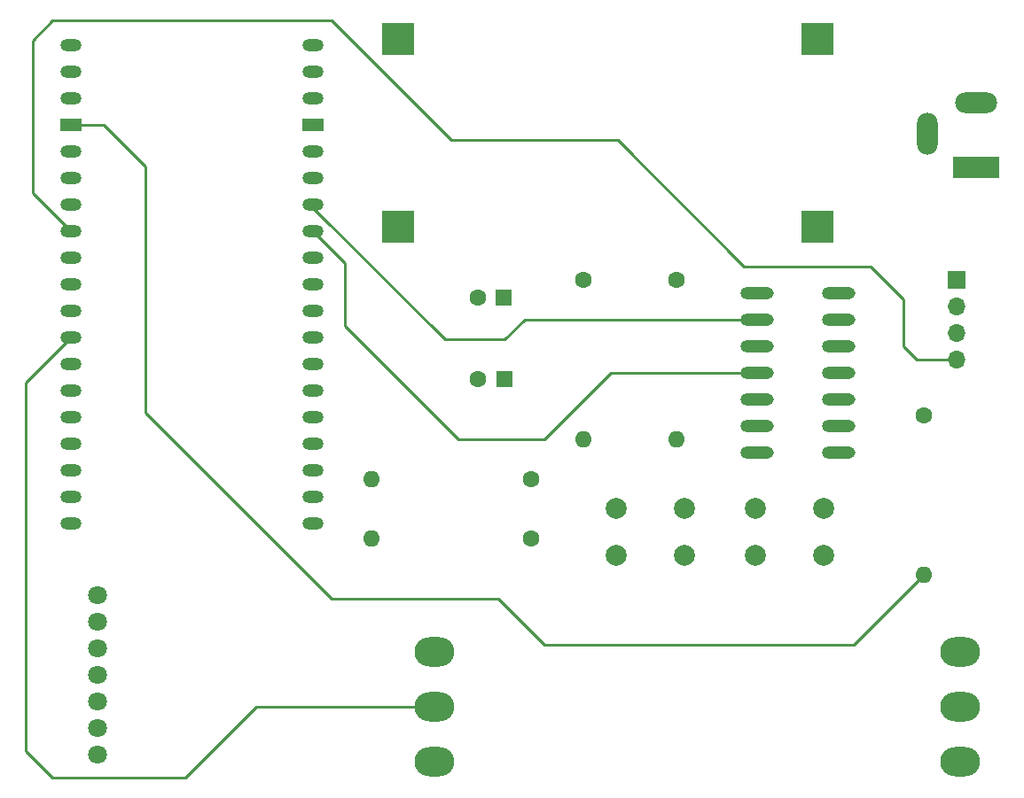
<source format=gbl>
G04 #@! TF.GenerationSoftware,KiCad,Pcbnew,8.0.1*
G04 #@! TF.CreationDate,2024-04-23T21:18:21-07:00*
G04 #@! TF.ProjectId,FanSystem,46616e53-7973-4746-956d-2e6b69636164,1*
G04 #@! TF.SameCoordinates,Original*
G04 #@! TF.FileFunction,Copper,L4,Bot*
G04 #@! TF.FilePolarity,Positive*
%FSLAX46Y46*%
G04 Gerber Fmt 4.6, Leading zero omitted, Abs format (unit mm)*
G04 Created by KiCad (PCBNEW 8.0.1) date 2024-04-23 21:18:21*
%MOMM*%
%LPD*%
G01*
G04 APERTURE LIST*
G04 #@! TA.AperFunction,ComponentPad*
%ADD10O,3.180000X1.200000*%
G04 #@! TD*
G04 #@! TA.AperFunction,ComponentPad*
%ADD11C,1.600000*%
G04 #@! TD*
G04 #@! TA.AperFunction,ComponentPad*
%ADD12O,1.600000X1.600000*%
G04 #@! TD*
G04 #@! TA.AperFunction,ComponentPad*
%ADD13R,1.600000X1.600000*%
G04 #@! TD*
G04 #@! TA.AperFunction,ComponentPad*
%ADD14C,2.000000*%
G04 #@! TD*
G04 #@! TA.AperFunction,ComponentPad*
%ADD15R,4.500000X2.000000*%
G04 #@! TD*
G04 #@! TA.AperFunction,ComponentPad*
%ADD16O,4.000000X2.000000*%
G04 #@! TD*
G04 #@! TA.AperFunction,ComponentPad*
%ADD17O,2.000000X4.000000*%
G04 #@! TD*
G04 #@! TA.AperFunction,ComponentPad*
%ADD18R,1.700000X1.700000*%
G04 #@! TD*
G04 #@! TA.AperFunction,ComponentPad*
%ADD19O,1.700000X1.700000*%
G04 #@! TD*
G04 #@! TA.AperFunction,ComponentPad*
%ADD20O,3.800000X2.800000*%
G04 #@! TD*
G04 #@! TA.AperFunction,ComponentPad*
%ADD21R,3.100000X3.100000*%
G04 #@! TD*
G04 #@! TA.AperFunction,ComponentPad*
%ADD22O,2.000000X1.200000*%
G04 #@! TD*
G04 #@! TA.AperFunction,ComponentPad*
%ADD23R,2.000000X1.200000*%
G04 #@! TD*
G04 #@! TA.AperFunction,ComponentPad*
%ADD24C,1.800000*%
G04 #@! TD*
G04 #@! TA.AperFunction,Conductor*
%ADD25C,0.254000*%
G04 #@! TD*
G04 APERTURE END LIST*
D10*
X151130000Y-94615000D03*
X151130000Y-97155000D03*
X151130000Y-99695000D03*
X151130000Y-102235000D03*
X151130000Y-104775000D03*
X151130000Y-107315000D03*
X151130000Y-109855000D03*
X158930000Y-109855000D03*
X158930000Y-107315000D03*
X158930000Y-104775000D03*
X158930000Y-102235000D03*
X158930000Y-99695000D03*
X158930000Y-97155000D03*
X158930000Y-94615000D03*
D11*
X167005000Y-106362500D03*
D12*
X167005000Y-121602500D03*
D13*
X126935113Y-95050000D03*
D11*
X124435113Y-95050000D03*
D14*
X150980000Y-115252500D03*
X157480000Y-115252500D03*
X150980000Y-119752500D03*
X157480000Y-119752500D03*
D15*
X172050000Y-82650000D03*
D16*
X172050000Y-76450000D03*
D17*
X167350000Y-79450000D03*
D18*
X170180000Y-93345000D03*
D19*
X170180000Y-95885000D03*
X170180000Y-98425000D03*
X170180000Y-100965000D03*
D11*
X143435000Y-93372500D03*
D12*
X143435000Y-108612500D03*
D20*
X120315400Y-128944700D03*
X120315400Y-134177100D03*
X120315400Y-139409500D03*
X170505800Y-128944700D03*
X170505800Y-134177100D03*
X170505800Y-139409500D03*
D11*
X134545000Y-93372500D03*
D12*
X134545000Y-108612500D03*
D13*
X126960000Y-102870000D03*
D11*
X124460000Y-102870000D03*
X129540000Y-112395000D03*
D12*
X114300000Y-112395000D03*
D21*
X156921200Y-88277700D03*
X156921200Y-70396100D03*
X116840000Y-88277700D03*
X116840000Y-70396100D03*
D22*
X108737400Y-116671600D03*
X108737400Y-114131600D03*
X108737400Y-111591600D03*
X108737400Y-109051600D03*
X108737400Y-106511600D03*
X108737400Y-103971600D03*
X108737400Y-101431600D03*
X108737400Y-98891600D03*
X108737400Y-96351600D03*
X108737400Y-93811600D03*
X108737400Y-91271600D03*
X108737400Y-88731600D03*
X108737400Y-86191600D03*
X108737400Y-83651600D03*
X108737400Y-81111600D03*
D23*
X108737400Y-78571600D03*
D22*
X108737400Y-76031600D03*
X108737400Y-73491600D03*
X108737400Y-70951600D03*
X85572600Y-116671600D03*
X85572600Y-114131600D03*
X85572600Y-111591600D03*
X85572600Y-109051600D03*
X85572600Y-106511600D03*
X85572600Y-103971600D03*
X85572600Y-101431600D03*
X85572600Y-98891600D03*
X85572600Y-96351600D03*
X85572600Y-93811600D03*
X85572600Y-91271600D03*
X85572600Y-88731600D03*
X85572600Y-86191600D03*
X85572600Y-83651600D03*
X85572600Y-81111600D03*
D23*
X85572600Y-78571600D03*
D22*
X85572600Y-76031600D03*
X85572600Y-73491600D03*
X85572600Y-70951600D03*
D11*
X129540000Y-118110000D03*
D12*
X114300000Y-118110000D03*
D24*
X88160200Y-123520700D03*
X88160200Y-126060700D03*
X88160200Y-128600700D03*
X88160200Y-131140700D03*
X88160200Y-133680700D03*
X88160200Y-136220700D03*
X88160200Y-138760700D03*
D14*
X137645000Y-115252500D03*
X144145000Y-115252500D03*
X137645000Y-119752500D03*
X144145000Y-119752500D03*
D25*
X130810000Y-128270000D02*
X126365000Y-123825000D01*
X88731600Y-78571600D02*
X85572600Y-78571600D01*
X92710000Y-106045000D02*
X92710000Y-82550000D01*
X126365000Y-123825000D02*
X110490000Y-123825000D01*
X110490000Y-123825000D02*
X92710000Y-106045000D01*
X160337500Y-128270000D02*
X130810000Y-128270000D01*
X167005000Y-121602500D02*
X160337500Y-128270000D01*
X92710000Y-82550000D02*
X88731600Y-78571600D01*
X120315400Y-134177100D02*
X103312900Y-134177100D01*
X81280000Y-138430000D02*
X81280000Y-103184200D01*
X103312900Y-134177100D02*
X96520000Y-140970000D01*
X96520000Y-140970000D02*
X83820000Y-140970000D01*
X83820000Y-140970000D02*
X81280000Y-138430000D01*
X81280000Y-103184200D02*
X85572600Y-98891600D01*
X111760000Y-97790000D02*
X111760000Y-91754200D01*
X151130000Y-102235000D02*
X137160000Y-102235000D01*
X122555000Y-108585000D02*
X111760000Y-97790000D01*
X130810000Y-108585000D02*
X122555000Y-108585000D01*
X137160000Y-102235000D02*
X130810000Y-108585000D01*
X111760000Y-91754200D02*
X108737400Y-88731600D01*
X128905000Y-97155000D02*
X127000000Y-99060000D01*
X121285000Y-99060000D02*
X108737400Y-86512400D01*
X108737400Y-86512400D02*
X108737400Y-86191600D01*
X151130000Y-97155000D02*
X128905000Y-97155000D01*
X127000000Y-99060000D02*
X121285000Y-99060000D01*
X121920000Y-80010000D02*
X137795000Y-80010000D01*
X110490000Y-68580000D02*
X121920000Y-80010000D01*
X81915000Y-70485000D02*
X83820000Y-68580000D01*
X165100000Y-99695000D02*
X166370000Y-100965000D01*
X166370000Y-100965000D02*
X170180000Y-100965000D01*
X149860000Y-92075000D02*
X161925000Y-92075000D01*
X165100000Y-95250000D02*
X165100000Y-99695000D01*
X161925000Y-92075000D02*
X165100000Y-95250000D01*
X85572600Y-88731600D02*
X81915000Y-85074000D01*
X81915000Y-85074000D02*
X81915000Y-70485000D01*
X83820000Y-68580000D02*
X110490000Y-68580000D01*
X137795000Y-80010000D02*
X149860000Y-92075000D01*
M02*

</source>
